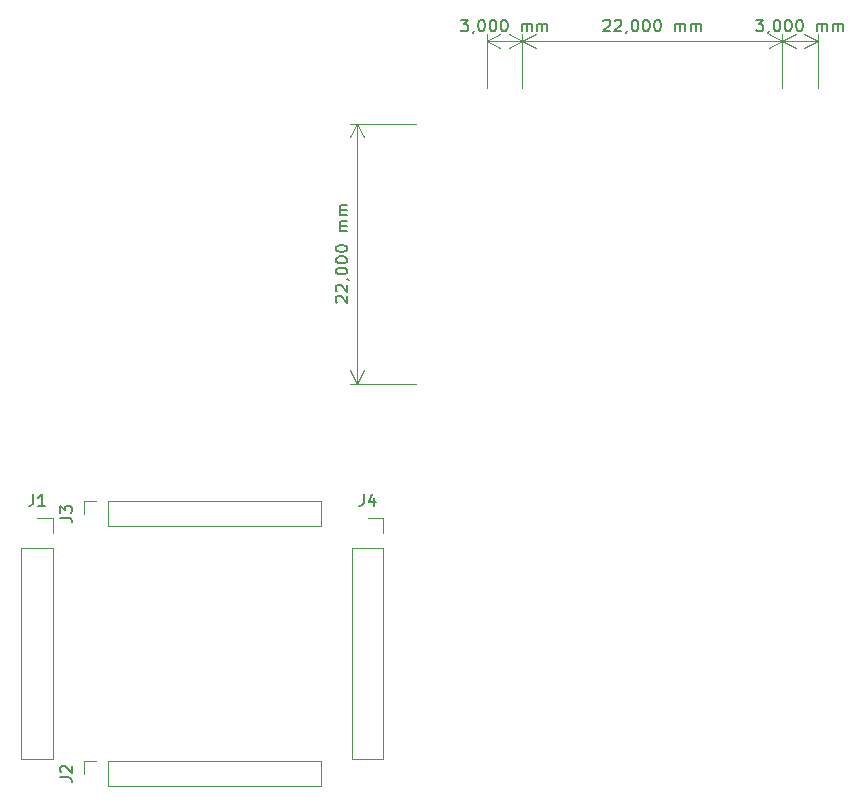
<source format=gbr>
G04 #@! TF.GenerationSoftware,KiCad,Pcbnew,(5.1.6)-1*
G04 #@! TF.CreationDate,2020-07-07T11:59:46-05:00*
G04 #@! TF.ProjectId,Xbee,58626565-2e6b-4696-9361-645f70636258,rev?*
G04 #@! TF.SameCoordinates,Original*
G04 #@! TF.FileFunction,Legend,Top*
G04 #@! TF.FilePolarity,Positive*
%FSLAX46Y46*%
G04 Gerber Fmt 4.6, Leading zero omitted, Abs format (unit mm)*
G04 Created by KiCad (PCBNEW (5.1.6)-1) date 2020-07-07 11:59:46*
%MOMM*%
%LPD*%
G01*
G04 APERTURE LIST*
%ADD10C,0.150000*%
%ADD11C,0.120000*%
G04 APERTURE END LIST*
D10*
X133277619Y-87142857D02*
X133230000Y-87095238D01*
X133182380Y-87000000D01*
X133182380Y-86761904D01*
X133230000Y-86666666D01*
X133277619Y-86619047D01*
X133372857Y-86571428D01*
X133468095Y-86571428D01*
X133610952Y-86619047D01*
X134182380Y-87190476D01*
X134182380Y-86571428D01*
X133277619Y-86190476D02*
X133230000Y-86142857D01*
X133182380Y-86047619D01*
X133182380Y-85809523D01*
X133230000Y-85714285D01*
X133277619Y-85666666D01*
X133372857Y-85619047D01*
X133468095Y-85619047D01*
X133610952Y-85666666D01*
X134182380Y-86238095D01*
X134182380Y-85619047D01*
X134134761Y-85142857D02*
X134182380Y-85142857D01*
X134277619Y-85190476D01*
X134325238Y-85238095D01*
X133182380Y-84523809D02*
X133182380Y-84428571D01*
X133230000Y-84333333D01*
X133277619Y-84285714D01*
X133372857Y-84238095D01*
X133563333Y-84190476D01*
X133801428Y-84190476D01*
X133991904Y-84238095D01*
X134087142Y-84285714D01*
X134134761Y-84333333D01*
X134182380Y-84428571D01*
X134182380Y-84523809D01*
X134134761Y-84619047D01*
X134087142Y-84666666D01*
X133991904Y-84714285D01*
X133801428Y-84761904D01*
X133563333Y-84761904D01*
X133372857Y-84714285D01*
X133277619Y-84666666D01*
X133230000Y-84619047D01*
X133182380Y-84523809D01*
X133182380Y-83571428D02*
X133182380Y-83476190D01*
X133230000Y-83380952D01*
X133277619Y-83333333D01*
X133372857Y-83285714D01*
X133563333Y-83238095D01*
X133801428Y-83238095D01*
X133991904Y-83285714D01*
X134087142Y-83333333D01*
X134134761Y-83380952D01*
X134182380Y-83476190D01*
X134182380Y-83571428D01*
X134134761Y-83666666D01*
X134087142Y-83714285D01*
X133991904Y-83761904D01*
X133801428Y-83809523D01*
X133563333Y-83809523D01*
X133372857Y-83761904D01*
X133277619Y-83714285D01*
X133230000Y-83666666D01*
X133182380Y-83571428D01*
X133182380Y-82619047D02*
X133182380Y-82523809D01*
X133230000Y-82428571D01*
X133277619Y-82380952D01*
X133372857Y-82333333D01*
X133563333Y-82285714D01*
X133801428Y-82285714D01*
X133991904Y-82333333D01*
X134087142Y-82380952D01*
X134134761Y-82428571D01*
X134182380Y-82523809D01*
X134182380Y-82619047D01*
X134134761Y-82714285D01*
X134087142Y-82761904D01*
X133991904Y-82809523D01*
X133801428Y-82857142D01*
X133563333Y-82857142D01*
X133372857Y-82809523D01*
X133277619Y-82761904D01*
X133230000Y-82714285D01*
X133182380Y-82619047D01*
X134182380Y-81095238D02*
X133515714Y-81095238D01*
X133610952Y-81095238D02*
X133563333Y-81047619D01*
X133515714Y-80952380D01*
X133515714Y-80809523D01*
X133563333Y-80714285D01*
X133658571Y-80666666D01*
X134182380Y-80666666D01*
X133658571Y-80666666D02*
X133563333Y-80619047D01*
X133515714Y-80523809D01*
X133515714Y-80380952D01*
X133563333Y-80285714D01*
X133658571Y-80238095D01*
X134182380Y-80238095D01*
X134182380Y-79761904D02*
X133515714Y-79761904D01*
X133610952Y-79761904D02*
X133563333Y-79714285D01*
X133515714Y-79619047D01*
X133515714Y-79476190D01*
X133563333Y-79380952D01*
X133658571Y-79333333D01*
X134182380Y-79333333D01*
X133658571Y-79333333D02*
X133563333Y-79285714D01*
X133515714Y-79190476D01*
X133515714Y-79047619D01*
X133563333Y-78952380D01*
X133658571Y-78904761D01*
X134182380Y-78904761D01*
D11*
X135000000Y-94000000D02*
X135000000Y-72000000D01*
X140000000Y-94000000D02*
X134413579Y-94000000D01*
X140000000Y-72000000D02*
X134413579Y-72000000D01*
X135000000Y-72000000D02*
X135586421Y-73126504D01*
X135000000Y-72000000D02*
X134413579Y-73126504D01*
X135000000Y-94000000D02*
X135586421Y-92873496D01*
X135000000Y-94000000D02*
X134413579Y-92873496D01*
D10*
X143785714Y-63182380D02*
X144404761Y-63182380D01*
X144071428Y-63563333D01*
X144214285Y-63563333D01*
X144309523Y-63610952D01*
X144357142Y-63658571D01*
X144404761Y-63753809D01*
X144404761Y-63991904D01*
X144357142Y-64087142D01*
X144309523Y-64134761D01*
X144214285Y-64182380D01*
X143928571Y-64182380D01*
X143833333Y-64134761D01*
X143785714Y-64087142D01*
X144880952Y-64134761D02*
X144880952Y-64182380D01*
X144833333Y-64277619D01*
X144785714Y-64325238D01*
X145500000Y-63182380D02*
X145595238Y-63182380D01*
X145690476Y-63230000D01*
X145738095Y-63277619D01*
X145785714Y-63372857D01*
X145833333Y-63563333D01*
X145833333Y-63801428D01*
X145785714Y-63991904D01*
X145738095Y-64087142D01*
X145690476Y-64134761D01*
X145595238Y-64182380D01*
X145500000Y-64182380D01*
X145404761Y-64134761D01*
X145357142Y-64087142D01*
X145309523Y-63991904D01*
X145261904Y-63801428D01*
X145261904Y-63563333D01*
X145309523Y-63372857D01*
X145357142Y-63277619D01*
X145404761Y-63230000D01*
X145500000Y-63182380D01*
X146452380Y-63182380D02*
X146547619Y-63182380D01*
X146642857Y-63230000D01*
X146690476Y-63277619D01*
X146738095Y-63372857D01*
X146785714Y-63563333D01*
X146785714Y-63801428D01*
X146738095Y-63991904D01*
X146690476Y-64087142D01*
X146642857Y-64134761D01*
X146547619Y-64182380D01*
X146452380Y-64182380D01*
X146357142Y-64134761D01*
X146309523Y-64087142D01*
X146261904Y-63991904D01*
X146214285Y-63801428D01*
X146214285Y-63563333D01*
X146261904Y-63372857D01*
X146309523Y-63277619D01*
X146357142Y-63230000D01*
X146452380Y-63182380D01*
X147404761Y-63182380D02*
X147500000Y-63182380D01*
X147595238Y-63230000D01*
X147642857Y-63277619D01*
X147690476Y-63372857D01*
X147738095Y-63563333D01*
X147738095Y-63801428D01*
X147690476Y-63991904D01*
X147642857Y-64087142D01*
X147595238Y-64134761D01*
X147500000Y-64182380D01*
X147404761Y-64182380D01*
X147309523Y-64134761D01*
X147261904Y-64087142D01*
X147214285Y-63991904D01*
X147166666Y-63801428D01*
X147166666Y-63563333D01*
X147214285Y-63372857D01*
X147261904Y-63277619D01*
X147309523Y-63230000D01*
X147404761Y-63182380D01*
X148928571Y-64182380D02*
X148928571Y-63515714D01*
X148928571Y-63610952D02*
X148976190Y-63563333D01*
X149071428Y-63515714D01*
X149214285Y-63515714D01*
X149309523Y-63563333D01*
X149357142Y-63658571D01*
X149357142Y-64182380D01*
X149357142Y-63658571D02*
X149404761Y-63563333D01*
X149500000Y-63515714D01*
X149642857Y-63515714D01*
X149738095Y-63563333D01*
X149785714Y-63658571D01*
X149785714Y-64182380D01*
X150261904Y-64182380D02*
X150261904Y-63515714D01*
X150261904Y-63610952D02*
X150309523Y-63563333D01*
X150404761Y-63515714D01*
X150547619Y-63515714D01*
X150642857Y-63563333D01*
X150690476Y-63658571D01*
X150690476Y-64182380D01*
X150690476Y-63658571D02*
X150738095Y-63563333D01*
X150833333Y-63515714D01*
X150976190Y-63515714D01*
X151071428Y-63563333D01*
X151119047Y-63658571D01*
X151119047Y-64182380D01*
D11*
X149000000Y-65000000D02*
X146000000Y-65000000D01*
X149000000Y-69000000D02*
X149000000Y-64413579D01*
X146000000Y-69000000D02*
X146000000Y-64413579D01*
X146000000Y-65000000D02*
X147126504Y-64413579D01*
X146000000Y-65000000D02*
X147126504Y-65586421D01*
X149000000Y-65000000D02*
X147873496Y-64413579D01*
X149000000Y-65000000D02*
X147873496Y-65586421D01*
D10*
X168785714Y-63182380D02*
X169404761Y-63182380D01*
X169071428Y-63563333D01*
X169214285Y-63563333D01*
X169309523Y-63610952D01*
X169357142Y-63658571D01*
X169404761Y-63753809D01*
X169404761Y-63991904D01*
X169357142Y-64087142D01*
X169309523Y-64134761D01*
X169214285Y-64182380D01*
X168928571Y-64182380D01*
X168833333Y-64134761D01*
X168785714Y-64087142D01*
X169880952Y-64134761D02*
X169880952Y-64182380D01*
X169833333Y-64277619D01*
X169785714Y-64325238D01*
X170500000Y-63182380D02*
X170595238Y-63182380D01*
X170690476Y-63230000D01*
X170738095Y-63277619D01*
X170785714Y-63372857D01*
X170833333Y-63563333D01*
X170833333Y-63801428D01*
X170785714Y-63991904D01*
X170738095Y-64087142D01*
X170690476Y-64134761D01*
X170595238Y-64182380D01*
X170500000Y-64182380D01*
X170404761Y-64134761D01*
X170357142Y-64087142D01*
X170309523Y-63991904D01*
X170261904Y-63801428D01*
X170261904Y-63563333D01*
X170309523Y-63372857D01*
X170357142Y-63277619D01*
X170404761Y-63230000D01*
X170500000Y-63182380D01*
X171452380Y-63182380D02*
X171547619Y-63182380D01*
X171642857Y-63230000D01*
X171690476Y-63277619D01*
X171738095Y-63372857D01*
X171785714Y-63563333D01*
X171785714Y-63801428D01*
X171738095Y-63991904D01*
X171690476Y-64087142D01*
X171642857Y-64134761D01*
X171547619Y-64182380D01*
X171452380Y-64182380D01*
X171357142Y-64134761D01*
X171309523Y-64087142D01*
X171261904Y-63991904D01*
X171214285Y-63801428D01*
X171214285Y-63563333D01*
X171261904Y-63372857D01*
X171309523Y-63277619D01*
X171357142Y-63230000D01*
X171452380Y-63182380D01*
X172404761Y-63182380D02*
X172500000Y-63182380D01*
X172595238Y-63230000D01*
X172642857Y-63277619D01*
X172690476Y-63372857D01*
X172738095Y-63563333D01*
X172738095Y-63801428D01*
X172690476Y-63991904D01*
X172642857Y-64087142D01*
X172595238Y-64134761D01*
X172500000Y-64182380D01*
X172404761Y-64182380D01*
X172309523Y-64134761D01*
X172261904Y-64087142D01*
X172214285Y-63991904D01*
X172166666Y-63801428D01*
X172166666Y-63563333D01*
X172214285Y-63372857D01*
X172261904Y-63277619D01*
X172309523Y-63230000D01*
X172404761Y-63182380D01*
X173928571Y-64182380D02*
X173928571Y-63515714D01*
X173928571Y-63610952D02*
X173976190Y-63563333D01*
X174071428Y-63515714D01*
X174214285Y-63515714D01*
X174309523Y-63563333D01*
X174357142Y-63658571D01*
X174357142Y-64182380D01*
X174357142Y-63658571D02*
X174404761Y-63563333D01*
X174500000Y-63515714D01*
X174642857Y-63515714D01*
X174738095Y-63563333D01*
X174785714Y-63658571D01*
X174785714Y-64182380D01*
X175261904Y-64182380D02*
X175261904Y-63515714D01*
X175261904Y-63610952D02*
X175309523Y-63563333D01*
X175404761Y-63515714D01*
X175547619Y-63515714D01*
X175642857Y-63563333D01*
X175690476Y-63658571D01*
X175690476Y-64182380D01*
X175690476Y-63658571D02*
X175738095Y-63563333D01*
X175833333Y-63515714D01*
X175976190Y-63515714D01*
X176071428Y-63563333D01*
X176119047Y-63658571D01*
X176119047Y-64182380D01*
D11*
X171000000Y-65000000D02*
X174000000Y-65000000D01*
X171000000Y-69000000D02*
X171000000Y-64413579D01*
X174000000Y-69000000D02*
X174000000Y-64413579D01*
X174000000Y-65000000D02*
X172873496Y-65586421D01*
X174000000Y-65000000D02*
X172873496Y-64413579D01*
X171000000Y-65000000D02*
X172126504Y-65586421D01*
X171000000Y-65000000D02*
X172126504Y-64413579D01*
D10*
X155857142Y-63277620D02*
X155904761Y-63230001D01*
X156000000Y-63182381D01*
X156238095Y-63182381D01*
X156333333Y-63230001D01*
X156380952Y-63277620D01*
X156428571Y-63372858D01*
X156428571Y-63468096D01*
X156380952Y-63610953D01*
X155809523Y-64182381D01*
X156428571Y-64182381D01*
X156809523Y-63277620D02*
X156857142Y-63230001D01*
X156952380Y-63182381D01*
X157190476Y-63182381D01*
X157285714Y-63230001D01*
X157333333Y-63277620D01*
X157380952Y-63372858D01*
X157380952Y-63468096D01*
X157333333Y-63610953D01*
X156761904Y-64182381D01*
X157380952Y-64182381D01*
X157857142Y-64134762D02*
X157857142Y-64182381D01*
X157809523Y-64277620D01*
X157761904Y-64325239D01*
X158476190Y-63182381D02*
X158571428Y-63182381D01*
X158666666Y-63230001D01*
X158714285Y-63277620D01*
X158761904Y-63372858D01*
X158809523Y-63563334D01*
X158809523Y-63801429D01*
X158761904Y-63991905D01*
X158714285Y-64087143D01*
X158666666Y-64134762D01*
X158571428Y-64182381D01*
X158476190Y-64182381D01*
X158380952Y-64134762D01*
X158333333Y-64087143D01*
X158285714Y-63991905D01*
X158238095Y-63801429D01*
X158238095Y-63563334D01*
X158285714Y-63372858D01*
X158333333Y-63277620D01*
X158380952Y-63230001D01*
X158476190Y-63182381D01*
X159428571Y-63182381D02*
X159523809Y-63182381D01*
X159619047Y-63230001D01*
X159666666Y-63277620D01*
X159714285Y-63372858D01*
X159761904Y-63563334D01*
X159761904Y-63801429D01*
X159714285Y-63991905D01*
X159666666Y-64087143D01*
X159619047Y-64134762D01*
X159523809Y-64182381D01*
X159428571Y-64182381D01*
X159333333Y-64134762D01*
X159285714Y-64087143D01*
X159238095Y-63991905D01*
X159190476Y-63801429D01*
X159190476Y-63563334D01*
X159238095Y-63372858D01*
X159285714Y-63277620D01*
X159333333Y-63230001D01*
X159428571Y-63182381D01*
X160380952Y-63182381D02*
X160476190Y-63182381D01*
X160571428Y-63230001D01*
X160619047Y-63277620D01*
X160666666Y-63372858D01*
X160714285Y-63563334D01*
X160714285Y-63801429D01*
X160666666Y-63991905D01*
X160619047Y-64087143D01*
X160571428Y-64134762D01*
X160476190Y-64182381D01*
X160380952Y-64182381D01*
X160285714Y-64134762D01*
X160238095Y-64087143D01*
X160190476Y-63991905D01*
X160142857Y-63801429D01*
X160142857Y-63563334D01*
X160190476Y-63372858D01*
X160238095Y-63277620D01*
X160285714Y-63230001D01*
X160380952Y-63182381D01*
X161904761Y-64182381D02*
X161904761Y-63515715D01*
X161904761Y-63610953D02*
X161952380Y-63563334D01*
X162047619Y-63515715D01*
X162190476Y-63515715D01*
X162285714Y-63563334D01*
X162333333Y-63658572D01*
X162333333Y-64182381D01*
X162333333Y-63658572D02*
X162380952Y-63563334D01*
X162476190Y-63515715D01*
X162619047Y-63515715D01*
X162714285Y-63563334D01*
X162761904Y-63658572D01*
X162761904Y-64182381D01*
X163238095Y-64182381D02*
X163238095Y-63515715D01*
X163238095Y-63610953D02*
X163285714Y-63563334D01*
X163380952Y-63515715D01*
X163523809Y-63515715D01*
X163619047Y-63563334D01*
X163666666Y-63658572D01*
X163666666Y-64182381D01*
X163666666Y-63658572D02*
X163714285Y-63563334D01*
X163809523Y-63515715D01*
X163952380Y-63515715D01*
X164047619Y-63563334D01*
X164095238Y-63658572D01*
X164095238Y-64182381D01*
D11*
X171000000Y-65000001D02*
X149000000Y-65000001D01*
X171000000Y-69000000D02*
X171000000Y-64413580D01*
X149000000Y-69000000D02*
X149000000Y-64413580D01*
X149000000Y-65000001D02*
X150126504Y-64413580D01*
X149000000Y-65000001D02*
X150126504Y-65586422D01*
X171000000Y-65000001D02*
X169873496Y-64413580D01*
X171000000Y-65000001D02*
X169873496Y-65586422D01*
X107900000Y-105350000D02*
X109230000Y-105350000D01*
X109230000Y-105350000D02*
X109230000Y-106680000D01*
X109230000Y-107950000D02*
X109230000Y-125790000D01*
X106570000Y-125790000D02*
X109230000Y-125790000D01*
X106570000Y-107950000D02*
X106570000Y-125790000D01*
X106570000Y-107950000D02*
X109230000Y-107950000D01*
X111840000Y-127020000D02*
X111840000Y-125960000D01*
X111840000Y-125960000D02*
X112900000Y-125960000D01*
X113900000Y-125960000D02*
X131960000Y-125960000D01*
X131960000Y-128080000D02*
X131960000Y-125960000D01*
X113900000Y-128080000D02*
X131960000Y-128080000D01*
X113900000Y-128080000D02*
X113900000Y-125960000D01*
X113900000Y-106080000D02*
X113900000Y-103960000D01*
X113900000Y-106080000D02*
X131960000Y-106080000D01*
X131960000Y-106080000D02*
X131960000Y-103960000D01*
X113900000Y-103960000D02*
X131960000Y-103960000D01*
X111840000Y-103960000D02*
X112900000Y-103960000D01*
X111840000Y-105020000D02*
X111840000Y-103960000D01*
X134570000Y-107950000D02*
X137230000Y-107950000D01*
X134570000Y-107950000D02*
X134570000Y-125790000D01*
X134570000Y-125790000D02*
X137230000Y-125790000D01*
X137230000Y-107950000D02*
X137230000Y-125790000D01*
X137230000Y-105350000D02*
X137230000Y-106680000D01*
X135900000Y-105350000D02*
X137230000Y-105350000D01*
D10*
X107566666Y-103362380D02*
X107566666Y-104076666D01*
X107519047Y-104219523D01*
X107423809Y-104314761D01*
X107280952Y-104362380D01*
X107185714Y-104362380D01*
X108566666Y-104362380D02*
X107995238Y-104362380D01*
X108280952Y-104362380D02*
X108280952Y-103362380D01*
X108185714Y-103505238D01*
X108090476Y-103600476D01*
X107995238Y-103648095D01*
X109852380Y-127353333D02*
X110566666Y-127353333D01*
X110709523Y-127400952D01*
X110804761Y-127496190D01*
X110852380Y-127639047D01*
X110852380Y-127734285D01*
X109947619Y-126924761D02*
X109900000Y-126877142D01*
X109852380Y-126781904D01*
X109852380Y-126543809D01*
X109900000Y-126448571D01*
X109947619Y-126400952D01*
X110042857Y-126353333D01*
X110138095Y-126353333D01*
X110280952Y-126400952D01*
X110852380Y-126972380D01*
X110852380Y-126353333D01*
X109852380Y-105353333D02*
X110566666Y-105353333D01*
X110709523Y-105400952D01*
X110804761Y-105496190D01*
X110852380Y-105639047D01*
X110852380Y-105734285D01*
X109852380Y-104972380D02*
X109852380Y-104353333D01*
X110233333Y-104686666D01*
X110233333Y-104543809D01*
X110280952Y-104448571D01*
X110328571Y-104400952D01*
X110423809Y-104353333D01*
X110661904Y-104353333D01*
X110757142Y-104400952D01*
X110804761Y-104448571D01*
X110852380Y-104543809D01*
X110852380Y-104829523D01*
X110804761Y-104924761D01*
X110757142Y-104972380D01*
X135566666Y-103362380D02*
X135566666Y-104076666D01*
X135519047Y-104219523D01*
X135423809Y-104314761D01*
X135280952Y-104362380D01*
X135185714Y-104362380D01*
X136471428Y-103695714D02*
X136471428Y-104362380D01*
X136233333Y-103314761D02*
X135995238Y-104029047D01*
X136614285Y-104029047D01*
M02*

</source>
